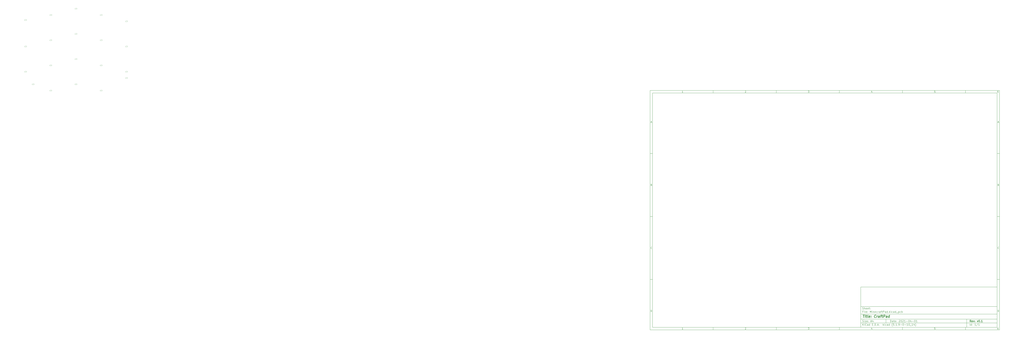
<source format=gbr>
%TF.GenerationSoftware,KiCad,Pcbnew,(5.1.9-0-10_14)*%
%TF.CreationDate,2021-04-02T00:26:10+08:00*%
%TF.ProjectId,MinecraftPad,4d696e65-6372-4616-9674-5061642e6b69,v0.1*%
%TF.SameCoordinates,Original*%
%TF.FileFunction,Other,Fab,Top*%
%FSLAX46Y46*%
G04 Gerber Fmt 4.6, Leading zero omitted, Abs format (unit mm)*
G04 Created by KiCad (PCBNEW (5.1.9-0-10_14)) date 2021-04-02 00:26:10*
%MOMM*%
%LPD*%
G01*
G04 APERTURE LIST*
%ADD10C,0.100000*%
%ADD11C,0.150000*%
%ADD12C,0.300000*%
%ADD13C,0.400000*%
G04 APERTURE END LIST*
D10*
D11*
X177002200Y-166007200D02*
X177002200Y-198007200D01*
X285002200Y-198007200D01*
X285002200Y-166007200D01*
X177002200Y-166007200D01*
D10*
D11*
X10000000Y-10000000D02*
X10000000Y-200007200D01*
X287002200Y-200007200D01*
X287002200Y-10000000D01*
X10000000Y-10000000D01*
D10*
D11*
X12000000Y-12000000D02*
X12000000Y-198007200D01*
X285002200Y-198007200D01*
X285002200Y-12000000D01*
X12000000Y-12000000D01*
D10*
D11*
X60000000Y-12000000D02*
X60000000Y-10000000D01*
D10*
D11*
X110000000Y-12000000D02*
X110000000Y-10000000D01*
D10*
D11*
X160000000Y-12000000D02*
X160000000Y-10000000D01*
D10*
D11*
X210000000Y-12000000D02*
X210000000Y-10000000D01*
D10*
D11*
X260000000Y-12000000D02*
X260000000Y-10000000D01*
D10*
D11*
X36065476Y-11588095D02*
X35322619Y-11588095D01*
X35694047Y-11588095D02*
X35694047Y-10288095D01*
X35570238Y-10473809D01*
X35446428Y-10597619D01*
X35322619Y-10659523D01*
D10*
D11*
X85322619Y-10411904D02*
X85384523Y-10350000D01*
X85508333Y-10288095D01*
X85817857Y-10288095D01*
X85941666Y-10350000D01*
X86003571Y-10411904D01*
X86065476Y-10535714D01*
X86065476Y-10659523D01*
X86003571Y-10845238D01*
X85260714Y-11588095D01*
X86065476Y-11588095D01*
D10*
D11*
X135260714Y-10288095D02*
X136065476Y-10288095D01*
X135632142Y-10783333D01*
X135817857Y-10783333D01*
X135941666Y-10845238D01*
X136003571Y-10907142D01*
X136065476Y-11030952D01*
X136065476Y-11340476D01*
X136003571Y-11464285D01*
X135941666Y-11526190D01*
X135817857Y-11588095D01*
X135446428Y-11588095D01*
X135322619Y-11526190D01*
X135260714Y-11464285D01*
D10*
D11*
X185941666Y-10721428D02*
X185941666Y-11588095D01*
X185632142Y-10226190D02*
X185322619Y-11154761D01*
X186127380Y-11154761D01*
D10*
D11*
X236003571Y-10288095D02*
X235384523Y-10288095D01*
X235322619Y-10907142D01*
X235384523Y-10845238D01*
X235508333Y-10783333D01*
X235817857Y-10783333D01*
X235941666Y-10845238D01*
X236003571Y-10907142D01*
X236065476Y-11030952D01*
X236065476Y-11340476D01*
X236003571Y-11464285D01*
X235941666Y-11526190D01*
X235817857Y-11588095D01*
X235508333Y-11588095D01*
X235384523Y-11526190D01*
X235322619Y-11464285D01*
D10*
D11*
X285941666Y-10288095D02*
X285694047Y-10288095D01*
X285570238Y-10350000D01*
X285508333Y-10411904D01*
X285384523Y-10597619D01*
X285322619Y-10845238D01*
X285322619Y-11340476D01*
X285384523Y-11464285D01*
X285446428Y-11526190D01*
X285570238Y-11588095D01*
X285817857Y-11588095D01*
X285941666Y-11526190D01*
X286003571Y-11464285D01*
X286065476Y-11340476D01*
X286065476Y-11030952D01*
X286003571Y-10907142D01*
X285941666Y-10845238D01*
X285817857Y-10783333D01*
X285570238Y-10783333D01*
X285446428Y-10845238D01*
X285384523Y-10907142D01*
X285322619Y-11030952D01*
D10*
D11*
X60000000Y-198007200D02*
X60000000Y-200007200D01*
D10*
D11*
X110000000Y-198007200D02*
X110000000Y-200007200D01*
D10*
D11*
X160000000Y-198007200D02*
X160000000Y-200007200D01*
D10*
D11*
X210000000Y-198007200D02*
X210000000Y-200007200D01*
D10*
D11*
X260000000Y-198007200D02*
X260000000Y-200007200D01*
D10*
D11*
X36065476Y-199595295D02*
X35322619Y-199595295D01*
X35694047Y-199595295D02*
X35694047Y-198295295D01*
X35570238Y-198481009D01*
X35446428Y-198604819D01*
X35322619Y-198666723D01*
D10*
D11*
X85322619Y-198419104D02*
X85384523Y-198357200D01*
X85508333Y-198295295D01*
X85817857Y-198295295D01*
X85941666Y-198357200D01*
X86003571Y-198419104D01*
X86065476Y-198542914D01*
X86065476Y-198666723D01*
X86003571Y-198852438D01*
X85260714Y-199595295D01*
X86065476Y-199595295D01*
D10*
D11*
X135260714Y-198295295D02*
X136065476Y-198295295D01*
X135632142Y-198790533D01*
X135817857Y-198790533D01*
X135941666Y-198852438D01*
X136003571Y-198914342D01*
X136065476Y-199038152D01*
X136065476Y-199347676D01*
X136003571Y-199471485D01*
X135941666Y-199533390D01*
X135817857Y-199595295D01*
X135446428Y-199595295D01*
X135322619Y-199533390D01*
X135260714Y-199471485D01*
D10*
D11*
X185941666Y-198728628D02*
X185941666Y-199595295D01*
X185632142Y-198233390D02*
X185322619Y-199161961D01*
X186127380Y-199161961D01*
D10*
D11*
X236003571Y-198295295D02*
X235384523Y-198295295D01*
X235322619Y-198914342D01*
X235384523Y-198852438D01*
X235508333Y-198790533D01*
X235817857Y-198790533D01*
X235941666Y-198852438D01*
X236003571Y-198914342D01*
X236065476Y-199038152D01*
X236065476Y-199347676D01*
X236003571Y-199471485D01*
X235941666Y-199533390D01*
X235817857Y-199595295D01*
X235508333Y-199595295D01*
X235384523Y-199533390D01*
X235322619Y-199471485D01*
D10*
D11*
X285941666Y-198295295D02*
X285694047Y-198295295D01*
X285570238Y-198357200D01*
X285508333Y-198419104D01*
X285384523Y-198604819D01*
X285322619Y-198852438D01*
X285322619Y-199347676D01*
X285384523Y-199471485D01*
X285446428Y-199533390D01*
X285570238Y-199595295D01*
X285817857Y-199595295D01*
X285941666Y-199533390D01*
X286003571Y-199471485D01*
X286065476Y-199347676D01*
X286065476Y-199038152D01*
X286003571Y-198914342D01*
X285941666Y-198852438D01*
X285817857Y-198790533D01*
X285570238Y-198790533D01*
X285446428Y-198852438D01*
X285384523Y-198914342D01*
X285322619Y-199038152D01*
D10*
D11*
X10000000Y-60000000D02*
X12000000Y-60000000D01*
D10*
D11*
X10000000Y-110000000D02*
X12000000Y-110000000D01*
D10*
D11*
X10000000Y-160000000D02*
X12000000Y-160000000D01*
D10*
D11*
X10690476Y-35216666D02*
X11309523Y-35216666D01*
X10566666Y-35588095D02*
X11000000Y-34288095D01*
X11433333Y-35588095D01*
D10*
D11*
X11092857Y-84907142D02*
X11278571Y-84969047D01*
X11340476Y-85030952D01*
X11402380Y-85154761D01*
X11402380Y-85340476D01*
X11340476Y-85464285D01*
X11278571Y-85526190D01*
X11154761Y-85588095D01*
X10659523Y-85588095D01*
X10659523Y-84288095D01*
X11092857Y-84288095D01*
X11216666Y-84350000D01*
X11278571Y-84411904D01*
X11340476Y-84535714D01*
X11340476Y-84659523D01*
X11278571Y-84783333D01*
X11216666Y-84845238D01*
X11092857Y-84907142D01*
X10659523Y-84907142D01*
D10*
D11*
X11402380Y-135464285D02*
X11340476Y-135526190D01*
X11154761Y-135588095D01*
X11030952Y-135588095D01*
X10845238Y-135526190D01*
X10721428Y-135402380D01*
X10659523Y-135278571D01*
X10597619Y-135030952D01*
X10597619Y-134845238D01*
X10659523Y-134597619D01*
X10721428Y-134473809D01*
X10845238Y-134350000D01*
X11030952Y-134288095D01*
X11154761Y-134288095D01*
X11340476Y-134350000D01*
X11402380Y-134411904D01*
D10*
D11*
X10659523Y-185588095D02*
X10659523Y-184288095D01*
X10969047Y-184288095D01*
X11154761Y-184350000D01*
X11278571Y-184473809D01*
X11340476Y-184597619D01*
X11402380Y-184845238D01*
X11402380Y-185030952D01*
X11340476Y-185278571D01*
X11278571Y-185402380D01*
X11154761Y-185526190D01*
X10969047Y-185588095D01*
X10659523Y-185588095D01*
D10*
D11*
X287002200Y-60000000D02*
X285002200Y-60000000D01*
D10*
D11*
X287002200Y-110000000D02*
X285002200Y-110000000D01*
D10*
D11*
X287002200Y-160000000D02*
X285002200Y-160000000D01*
D10*
D11*
X285692676Y-35216666D02*
X286311723Y-35216666D01*
X285568866Y-35588095D02*
X286002200Y-34288095D01*
X286435533Y-35588095D01*
D10*
D11*
X286095057Y-84907142D02*
X286280771Y-84969047D01*
X286342676Y-85030952D01*
X286404580Y-85154761D01*
X286404580Y-85340476D01*
X286342676Y-85464285D01*
X286280771Y-85526190D01*
X286156961Y-85588095D01*
X285661723Y-85588095D01*
X285661723Y-84288095D01*
X286095057Y-84288095D01*
X286218866Y-84350000D01*
X286280771Y-84411904D01*
X286342676Y-84535714D01*
X286342676Y-84659523D01*
X286280771Y-84783333D01*
X286218866Y-84845238D01*
X286095057Y-84907142D01*
X285661723Y-84907142D01*
D10*
D11*
X286404580Y-135464285D02*
X286342676Y-135526190D01*
X286156961Y-135588095D01*
X286033152Y-135588095D01*
X285847438Y-135526190D01*
X285723628Y-135402380D01*
X285661723Y-135278571D01*
X285599819Y-135030952D01*
X285599819Y-134845238D01*
X285661723Y-134597619D01*
X285723628Y-134473809D01*
X285847438Y-134350000D01*
X286033152Y-134288095D01*
X286156961Y-134288095D01*
X286342676Y-134350000D01*
X286404580Y-134411904D01*
D10*
D11*
X285661723Y-185588095D02*
X285661723Y-184288095D01*
X285971247Y-184288095D01*
X286156961Y-184350000D01*
X286280771Y-184473809D01*
X286342676Y-184597619D01*
X286404580Y-184845238D01*
X286404580Y-185030952D01*
X286342676Y-185278571D01*
X286280771Y-185402380D01*
X286156961Y-185526190D01*
X285971247Y-185588095D01*
X285661723Y-185588095D01*
D10*
D11*
X200434342Y-193785771D02*
X200434342Y-192285771D01*
X200791485Y-192285771D01*
X201005771Y-192357200D01*
X201148628Y-192500057D01*
X201220057Y-192642914D01*
X201291485Y-192928628D01*
X201291485Y-193142914D01*
X201220057Y-193428628D01*
X201148628Y-193571485D01*
X201005771Y-193714342D01*
X200791485Y-193785771D01*
X200434342Y-193785771D01*
X202577200Y-193785771D02*
X202577200Y-193000057D01*
X202505771Y-192857200D01*
X202362914Y-192785771D01*
X202077200Y-192785771D01*
X201934342Y-192857200D01*
X202577200Y-193714342D02*
X202434342Y-193785771D01*
X202077200Y-193785771D01*
X201934342Y-193714342D01*
X201862914Y-193571485D01*
X201862914Y-193428628D01*
X201934342Y-193285771D01*
X202077200Y-193214342D01*
X202434342Y-193214342D01*
X202577200Y-193142914D01*
X203077200Y-192785771D02*
X203648628Y-192785771D01*
X203291485Y-192285771D02*
X203291485Y-193571485D01*
X203362914Y-193714342D01*
X203505771Y-193785771D01*
X203648628Y-193785771D01*
X204720057Y-193714342D02*
X204577200Y-193785771D01*
X204291485Y-193785771D01*
X204148628Y-193714342D01*
X204077200Y-193571485D01*
X204077200Y-193000057D01*
X204148628Y-192857200D01*
X204291485Y-192785771D01*
X204577200Y-192785771D01*
X204720057Y-192857200D01*
X204791485Y-193000057D01*
X204791485Y-193142914D01*
X204077200Y-193285771D01*
X205434342Y-193642914D02*
X205505771Y-193714342D01*
X205434342Y-193785771D01*
X205362914Y-193714342D01*
X205434342Y-193642914D01*
X205434342Y-193785771D01*
X205434342Y-192857200D02*
X205505771Y-192928628D01*
X205434342Y-193000057D01*
X205362914Y-192928628D01*
X205434342Y-192857200D01*
X205434342Y-193000057D01*
X207220057Y-192428628D02*
X207291485Y-192357200D01*
X207434342Y-192285771D01*
X207791485Y-192285771D01*
X207934342Y-192357200D01*
X208005771Y-192428628D01*
X208077200Y-192571485D01*
X208077200Y-192714342D01*
X208005771Y-192928628D01*
X207148628Y-193785771D01*
X208077200Y-193785771D01*
X209005771Y-192285771D02*
X209148628Y-192285771D01*
X209291485Y-192357200D01*
X209362914Y-192428628D01*
X209434342Y-192571485D01*
X209505771Y-192857200D01*
X209505771Y-193214342D01*
X209434342Y-193500057D01*
X209362914Y-193642914D01*
X209291485Y-193714342D01*
X209148628Y-193785771D01*
X209005771Y-193785771D01*
X208862914Y-193714342D01*
X208791485Y-193642914D01*
X208720057Y-193500057D01*
X208648628Y-193214342D01*
X208648628Y-192857200D01*
X208720057Y-192571485D01*
X208791485Y-192428628D01*
X208862914Y-192357200D01*
X209005771Y-192285771D01*
X210077200Y-192428628D02*
X210148628Y-192357200D01*
X210291485Y-192285771D01*
X210648628Y-192285771D01*
X210791485Y-192357200D01*
X210862914Y-192428628D01*
X210934342Y-192571485D01*
X210934342Y-192714342D01*
X210862914Y-192928628D01*
X210005771Y-193785771D01*
X210934342Y-193785771D01*
X212362914Y-193785771D02*
X211505771Y-193785771D01*
X211934342Y-193785771D02*
X211934342Y-192285771D01*
X211791485Y-192500057D01*
X211648628Y-192642914D01*
X211505771Y-192714342D01*
X213005771Y-193214342D02*
X214148628Y-193214342D01*
X215148628Y-192285771D02*
X215291485Y-192285771D01*
X215434342Y-192357200D01*
X215505771Y-192428628D01*
X215577200Y-192571485D01*
X215648628Y-192857200D01*
X215648628Y-193214342D01*
X215577200Y-193500057D01*
X215505771Y-193642914D01*
X215434342Y-193714342D01*
X215291485Y-193785771D01*
X215148628Y-193785771D01*
X215005771Y-193714342D01*
X214934342Y-193642914D01*
X214862914Y-193500057D01*
X214791485Y-193214342D01*
X214791485Y-192857200D01*
X214862914Y-192571485D01*
X214934342Y-192428628D01*
X215005771Y-192357200D01*
X215148628Y-192285771D01*
X216934342Y-192785771D02*
X216934342Y-193785771D01*
X216577200Y-192214342D02*
X216220057Y-193285771D01*
X217148628Y-193285771D01*
X217720057Y-193214342D02*
X218862914Y-193214342D01*
X219862914Y-192285771D02*
X220005771Y-192285771D01*
X220148628Y-192357200D01*
X220220057Y-192428628D01*
X220291485Y-192571485D01*
X220362914Y-192857200D01*
X220362914Y-193214342D01*
X220291485Y-193500057D01*
X220220057Y-193642914D01*
X220148628Y-193714342D01*
X220005771Y-193785771D01*
X219862914Y-193785771D01*
X219720057Y-193714342D01*
X219648628Y-193642914D01*
X219577200Y-193500057D01*
X219505771Y-193214342D01*
X219505771Y-192857200D01*
X219577200Y-192571485D01*
X219648628Y-192428628D01*
X219720057Y-192357200D01*
X219862914Y-192285771D01*
X221791485Y-193785771D02*
X220934342Y-193785771D01*
X221362914Y-193785771D02*
X221362914Y-192285771D01*
X221220057Y-192500057D01*
X221077200Y-192642914D01*
X220934342Y-192714342D01*
D10*
D11*
X177002200Y-194507200D02*
X285002200Y-194507200D01*
D10*
D11*
X178434342Y-196585771D02*
X178434342Y-195085771D01*
X179291485Y-196585771D02*
X178648628Y-195728628D01*
X179291485Y-195085771D02*
X178434342Y-195942914D01*
X179934342Y-196585771D02*
X179934342Y-195585771D01*
X179934342Y-195085771D02*
X179862914Y-195157200D01*
X179934342Y-195228628D01*
X180005771Y-195157200D01*
X179934342Y-195085771D01*
X179934342Y-195228628D01*
X181505771Y-196442914D02*
X181434342Y-196514342D01*
X181220057Y-196585771D01*
X181077200Y-196585771D01*
X180862914Y-196514342D01*
X180720057Y-196371485D01*
X180648628Y-196228628D01*
X180577200Y-195942914D01*
X180577200Y-195728628D01*
X180648628Y-195442914D01*
X180720057Y-195300057D01*
X180862914Y-195157200D01*
X181077200Y-195085771D01*
X181220057Y-195085771D01*
X181434342Y-195157200D01*
X181505771Y-195228628D01*
X182791485Y-196585771D02*
X182791485Y-195800057D01*
X182720057Y-195657200D01*
X182577200Y-195585771D01*
X182291485Y-195585771D01*
X182148628Y-195657200D01*
X182791485Y-196514342D02*
X182648628Y-196585771D01*
X182291485Y-196585771D01*
X182148628Y-196514342D01*
X182077200Y-196371485D01*
X182077200Y-196228628D01*
X182148628Y-196085771D01*
X182291485Y-196014342D01*
X182648628Y-196014342D01*
X182791485Y-195942914D01*
X184148628Y-196585771D02*
X184148628Y-195085771D01*
X184148628Y-196514342D02*
X184005771Y-196585771D01*
X183720057Y-196585771D01*
X183577200Y-196514342D01*
X183505771Y-196442914D01*
X183434342Y-196300057D01*
X183434342Y-195871485D01*
X183505771Y-195728628D01*
X183577200Y-195657200D01*
X183720057Y-195585771D01*
X184005771Y-195585771D01*
X184148628Y-195657200D01*
X186005771Y-195800057D02*
X186505771Y-195800057D01*
X186720057Y-196585771D02*
X186005771Y-196585771D01*
X186005771Y-195085771D01*
X186720057Y-195085771D01*
X187362914Y-196442914D02*
X187434342Y-196514342D01*
X187362914Y-196585771D01*
X187291485Y-196514342D01*
X187362914Y-196442914D01*
X187362914Y-196585771D01*
X188077200Y-196585771D02*
X188077200Y-195085771D01*
X188434342Y-195085771D01*
X188648628Y-195157200D01*
X188791485Y-195300057D01*
X188862914Y-195442914D01*
X188934342Y-195728628D01*
X188934342Y-195942914D01*
X188862914Y-196228628D01*
X188791485Y-196371485D01*
X188648628Y-196514342D01*
X188434342Y-196585771D01*
X188077200Y-196585771D01*
X189577200Y-196442914D02*
X189648628Y-196514342D01*
X189577200Y-196585771D01*
X189505771Y-196514342D01*
X189577200Y-196442914D01*
X189577200Y-196585771D01*
X190220057Y-196157200D02*
X190934342Y-196157200D01*
X190077200Y-196585771D02*
X190577200Y-195085771D01*
X191077200Y-196585771D01*
X191577200Y-196442914D02*
X191648628Y-196514342D01*
X191577200Y-196585771D01*
X191505771Y-196514342D01*
X191577200Y-196442914D01*
X191577200Y-196585771D01*
X194577200Y-196585771D02*
X194577200Y-195085771D01*
X194720057Y-196014342D02*
X195148628Y-196585771D01*
X195148628Y-195585771D02*
X194577200Y-196157200D01*
X195791485Y-196585771D02*
X195791485Y-195585771D01*
X195791485Y-195085771D02*
X195720057Y-195157200D01*
X195791485Y-195228628D01*
X195862914Y-195157200D01*
X195791485Y-195085771D01*
X195791485Y-195228628D01*
X197148628Y-196514342D02*
X197005771Y-196585771D01*
X196720057Y-196585771D01*
X196577200Y-196514342D01*
X196505771Y-196442914D01*
X196434342Y-196300057D01*
X196434342Y-195871485D01*
X196505771Y-195728628D01*
X196577200Y-195657200D01*
X196720057Y-195585771D01*
X197005771Y-195585771D01*
X197148628Y-195657200D01*
X198434342Y-196585771D02*
X198434342Y-195800057D01*
X198362914Y-195657200D01*
X198220057Y-195585771D01*
X197934342Y-195585771D01*
X197791485Y-195657200D01*
X198434342Y-196514342D02*
X198291485Y-196585771D01*
X197934342Y-196585771D01*
X197791485Y-196514342D01*
X197720057Y-196371485D01*
X197720057Y-196228628D01*
X197791485Y-196085771D01*
X197934342Y-196014342D01*
X198291485Y-196014342D01*
X198434342Y-195942914D01*
X199791485Y-196585771D02*
X199791485Y-195085771D01*
X199791485Y-196514342D02*
X199648628Y-196585771D01*
X199362914Y-196585771D01*
X199220057Y-196514342D01*
X199148628Y-196442914D01*
X199077200Y-196300057D01*
X199077200Y-195871485D01*
X199148628Y-195728628D01*
X199220057Y-195657200D01*
X199362914Y-195585771D01*
X199648628Y-195585771D01*
X199791485Y-195657200D01*
X202077200Y-197157200D02*
X202005771Y-197085771D01*
X201862914Y-196871485D01*
X201791485Y-196728628D01*
X201720057Y-196514342D01*
X201648628Y-196157200D01*
X201648628Y-195871485D01*
X201720057Y-195514342D01*
X201791485Y-195300057D01*
X201862914Y-195157200D01*
X202005771Y-194942914D01*
X202077200Y-194871485D01*
X203362914Y-195085771D02*
X202648628Y-195085771D01*
X202577200Y-195800057D01*
X202648628Y-195728628D01*
X202791485Y-195657200D01*
X203148628Y-195657200D01*
X203291485Y-195728628D01*
X203362914Y-195800057D01*
X203434342Y-195942914D01*
X203434342Y-196300057D01*
X203362914Y-196442914D01*
X203291485Y-196514342D01*
X203148628Y-196585771D01*
X202791485Y-196585771D01*
X202648628Y-196514342D01*
X202577200Y-196442914D01*
X204077200Y-196442914D02*
X204148628Y-196514342D01*
X204077200Y-196585771D01*
X204005771Y-196514342D01*
X204077200Y-196442914D01*
X204077200Y-196585771D01*
X205577200Y-196585771D02*
X204720057Y-196585771D01*
X205148628Y-196585771D02*
X205148628Y-195085771D01*
X205005771Y-195300057D01*
X204862914Y-195442914D01*
X204720057Y-195514342D01*
X206220057Y-196442914D02*
X206291485Y-196514342D01*
X206220057Y-196585771D01*
X206148628Y-196514342D01*
X206220057Y-196442914D01*
X206220057Y-196585771D01*
X207005771Y-196585771D02*
X207291485Y-196585771D01*
X207434342Y-196514342D01*
X207505771Y-196442914D01*
X207648628Y-196228628D01*
X207720057Y-195942914D01*
X207720057Y-195371485D01*
X207648628Y-195228628D01*
X207577200Y-195157200D01*
X207434342Y-195085771D01*
X207148628Y-195085771D01*
X207005771Y-195157200D01*
X206934342Y-195228628D01*
X206862914Y-195371485D01*
X206862914Y-195728628D01*
X206934342Y-195871485D01*
X207005771Y-195942914D01*
X207148628Y-196014342D01*
X207434342Y-196014342D01*
X207577200Y-195942914D01*
X207648628Y-195871485D01*
X207720057Y-195728628D01*
X208362914Y-196014342D02*
X209505771Y-196014342D01*
X210505771Y-195085771D02*
X210648628Y-195085771D01*
X210791485Y-195157200D01*
X210862914Y-195228628D01*
X210934342Y-195371485D01*
X211005771Y-195657200D01*
X211005771Y-196014342D01*
X210934342Y-196300057D01*
X210862914Y-196442914D01*
X210791485Y-196514342D01*
X210648628Y-196585771D01*
X210505771Y-196585771D01*
X210362914Y-196514342D01*
X210291485Y-196442914D01*
X210220057Y-196300057D01*
X210148628Y-196014342D01*
X210148628Y-195657200D01*
X210220057Y-195371485D01*
X210291485Y-195228628D01*
X210362914Y-195157200D01*
X210505771Y-195085771D01*
X211648628Y-196014342D02*
X212791485Y-196014342D01*
X214291485Y-196585771D02*
X213434342Y-196585771D01*
X213862914Y-196585771D02*
X213862914Y-195085771D01*
X213720057Y-195300057D01*
X213577200Y-195442914D01*
X213434342Y-195514342D01*
X215220057Y-195085771D02*
X215362914Y-195085771D01*
X215505771Y-195157200D01*
X215577200Y-195228628D01*
X215648628Y-195371485D01*
X215720057Y-195657200D01*
X215720057Y-196014342D01*
X215648628Y-196300057D01*
X215577200Y-196442914D01*
X215505771Y-196514342D01*
X215362914Y-196585771D01*
X215220057Y-196585771D01*
X215077200Y-196514342D01*
X215005771Y-196442914D01*
X214934342Y-196300057D01*
X214862914Y-196014342D01*
X214862914Y-195657200D01*
X214934342Y-195371485D01*
X215005771Y-195228628D01*
X215077200Y-195157200D01*
X215220057Y-195085771D01*
X216005771Y-196728628D02*
X217148628Y-196728628D01*
X218291485Y-196585771D02*
X217434342Y-196585771D01*
X217862914Y-196585771D02*
X217862914Y-195085771D01*
X217720057Y-195300057D01*
X217577200Y-195442914D01*
X217434342Y-195514342D01*
X219577200Y-195585771D02*
X219577200Y-196585771D01*
X219220057Y-195014342D02*
X218862914Y-196085771D01*
X219791485Y-196085771D01*
X220220057Y-197157200D02*
X220291485Y-197085771D01*
X220434342Y-196871485D01*
X220505771Y-196728628D01*
X220577200Y-196514342D01*
X220648628Y-196157200D01*
X220648628Y-195871485D01*
X220577200Y-195514342D01*
X220505771Y-195300057D01*
X220434342Y-195157200D01*
X220291485Y-194942914D01*
X220220057Y-194871485D01*
D10*
D11*
X177002200Y-191507200D02*
X285002200Y-191507200D01*
D10*
D12*
X264411485Y-193785771D02*
X263911485Y-193071485D01*
X263554342Y-193785771D02*
X263554342Y-192285771D01*
X264125771Y-192285771D01*
X264268628Y-192357200D01*
X264340057Y-192428628D01*
X264411485Y-192571485D01*
X264411485Y-192785771D01*
X264340057Y-192928628D01*
X264268628Y-193000057D01*
X264125771Y-193071485D01*
X263554342Y-193071485D01*
X265625771Y-193714342D02*
X265482914Y-193785771D01*
X265197200Y-193785771D01*
X265054342Y-193714342D01*
X264982914Y-193571485D01*
X264982914Y-193000057D01*
X265054342Y-192857200D01*
X265197200Y-192785771D01*
X265482914Y-192785771D01*
X265625771Y-192857200D01*
X265697200Y-193000057D01*
X265697200Y-193142914D01*
X264982914Y-193285771D01*
X266197200Y-192785771D02*
X266554342Y-193785771D01*
X266911485Y-192785771D01*
X267482914Y-193642914D02*
X267554342Y-193714342D01*
X267482914Y-193785771D01*
X267411485Y-193714342D01*
X267482914Y-193642914D01*
X267482914Y-193785771D01*
X267482914Y-192857200D02*
X267554342Y-192928628D01*
X267482914Y-193000057D01*
X267411485Y-192928628D01*
X267482914Y-192857200D01*
X267482914Y-193000057D01*
X269197200Y-192785771D02*
X269554342Y-193785771D01*
X269911485Y-192785771D01*
X270768628Y-192285771D02*
X270911485Y-192285771D01*
X271054342Y-192357200D01*
X271125771Y-192428628D01*
X271197200Y-192571485D01*
X271268628Y-192857200D01*
X271268628Y-193214342D01*
X271197200Y-193500057D01*
X271125771Y-193642914D01*
X271054342Y-193714342D01*
X270911485Y-193785771D01*
X270768628Y-193785771D01*
X270625771Y-193714342D01*
X270554342Y-193642914D01*
X270482914Y-193500057D01*
X270411485Y-193214342D01*
X270411485Y-192857200D01*
X270482914Y-192571485D01*
X270554342Y-192428628D01*
X270625771Y-192357200D01*
X270768628Y-192285771D01*
X271911485Y-193642914D02*
X271982914Y-193714342D01*
X271911485Y-193785771D01*
X271840057Y-193714342D01*
X271911485Y-193642914D01*
X271911485Y-193785771D01*
X273411485Y-193785771D02*
X272554342Y-193785771D01*
X272982914Y-193785771D02*
X272982914Y-192285771D01*
X272840057Y-192500057D01*
X272697200Y-192642914D01*
X272554342Y-192714342D01*
D10*
D11*
X178362914Y-193714342D02*
X178577200Y-193785771D01*
X178934342Y-193785771D01*
X179077200Y-193714342D01*
X179148628Y-193642914D01*
X179220057Y-193500057D01*
X179220057Y-193357200D01*
X179148628Y-193214342D01*
X179077200Y-193142914D01*
X178934342Y-193071485D01*
X178648628Y-193000057D01*
X178505771Y-192928628D01*
X178434342Y-192857200D01*
X178362914Y-192714342D01*
X178362914Y-192571485D01*
X178434342Y-192428628D01*
X178505771Y-192357200D01*
X178648628Y-192285771D01*
X179005771Y-192285771D01*
X179220057Y-192357200D01*
X179862914Y-193785771D02*
X179862914Y-192785771D01*
X179862914Y-192285771D02*
X179791485Y-192357200D01*
X179862914Y-192428628D01*
X179934342Y-192357200D01*
X179862914Y-192285771D01*
X179862914Y-192428628D01*
X180434342Y-192785771D02*
X181220057Y-192785771D01*
X180434342Y-193785771D01*
X181220057Y-193785771D01*
X182362914Y-193714342D02*
X182220057Y-193785771D01*
X181934342Y-193785771D01*
X181791485Y-193714342D01*
X181720057Y-193571485D01*
X181720057Y-193000057D01*
X181791485Y-192857200D01*
X181934342Y-192785771D01*
X182220057Y-192785771D01*
X182362914Y-192857200D01*
X182434342Y-193000057D01*
X182434342Y-193142914D01*
X181720057Y-193285771D01*
X183077200Y-193642914D02*
X183148628Y-193714342D01*
X183077200Y-193785771D01*
X183005771Y-193714342D01*
X183077200Y-193642914D01*
X183077200Y-193785771D01*
X183077200Y-192857200D02*
X183148628Y-192928628D01*
X183077200Y-193000057D01*
X183005771Y-192928628D01*
X183077200Y-192857200D01*
X183077200Y-193000057D01*
X184862914Y-193357200D02*
X185577200Y-193357200D01*
X184720057Y-193785771D02*
X185220057Y-192285771D01*
X185720057Y-193785771D01*
X186862914Y-192785771D02*
X186862914Y-193785771D01*
X186505771Y-192214342D02*
X186148628Y-193285771D01*
X187077200Y-193285771D01*
D10*
D11*
X263434342Y-196585771D02*
X263434342Y-195085771D01*
X264791485Y-196585771D02*
X264791485Y-195085771D01*
X264791485Y-196514342D02*
X264648628Y-196585771D01*
X264362914Y-196585771D01*
X264220057Y-196514342D01*
X264148628Y-196442914D01*
X264077200Y-196300057D01*
X264077200Y-195871485D01*
X264148628Y-195728628D01*
X264220057Y-195657200D01*
X264362914Y-195585771D01*
X264648628Y-195585771D01*
X264791485Y-195657200D01*
X265505771Y-196442914D02*
X265577200Y-196514342D01*
X265505771Y-196585771D01*
X265434342Y-196514342D01*
X265505771Y-196442914D01*
X265505771Y-196585771D01*
X265505771Y-195657200D02*
X265577200Y-195728628D01*
X265505771Y-195800057D01*
X265434342Y-195728628D01*
X265505771Y-195657200D01*
X265505771Y-195800057D01*
X268148628Y-196585771D02*
X267291485Y-196585771D01*
X267720057Y-196585771D02*
X267720057Y-195085771D01*
X267577200Y-195300057D01*
X267434342Y-195442914D01*
X267291485Y-195514342D01*
X269862914Y-195014342D02*
X268577200Y-196942914D01*
X271148628Y-196585771D02*
X270291485Y-196585771D01*
X270720057Y-196585771D02*
X270720057Y-195085771D01*
X270577200Y-195300057D01*
X270434342Y-195442914D01*
X270291485Y-195514342D01*
D10*
D11*
X177002200Y-187507200D02*
X285002200Y-187507200D01*
D10*
D13*
X178714580Y-188211961D02*
X179857438Y-188211961D01*
X179036009Y-190211961D02*
X179286009Y-188211961D01*
X180274104Y-190211961D02*
X180440771Y-188878628D01*
X180524104Y-188211961D02*
X180416961Y-188307200D01*
X180500295Y-188402438D01*
X180607438Y-188307200D01*
X180524104Y-188211961D01*
X180500295Y-188402438D01*
X181107438Y-188878628D02*
X181869342Y-188878628D01*
X181476485Y-188211961D02*
X181262200Y-189926247D01*
X181333628Y-190116723D01*
X181512200Y-190211961D01*
X181702676Y-190211961D01*
X182655057Y-190211961D02*
X182476485Y-190116723D01*
X182405057Y-189926247D01*
X182619342Y-188211961D01*
X184190771Y-190116723D02*
X183988390Y-190211961D01*
X183607438Y-190211961D01*
X183428866Y-190116723D01*
X183357438Y-189926247D01*
X183452676Y-189164342D01*
X183571723Y-188973866D01*
X183774104Y-188878628D01*
X184155057Y-188878628D01*
X184333628Y-188973866D01*
X184405057Y-189164342D01*
X184381247Y-189354819D01*
X183405057Y-189545295D01*
X185155057Y-190021485D02*
X185238390Y-190116723D01*
X185131247Y-190211961D01*
X185047914Y-190116723D01*
X185155057Y-190021485D01*
X185131247Y-190211961D01*
X185286009Y-188973866D02*
X185369342Y-189069104D01*
X185262200Y-189164342D01*
X185178866Y-189069104D01*
X185286009Y-188973866D01*
X185262200Y-189164342D01*
X188774104Y-190021485D02*
X188666961Y-190116723D01*
X188369342Y-190211961D01*
X188178866Y-190211961D01*
X187905057Y-190116723D01*
X187738390Y-189926247D01*
X187666961Y-189735771D01*
X187619342Y-189354819D01*
X187655057Y-189069104D01*
X187797914Y-188688152D01*
X187916961Y-188497676D01*
X188131247Y-188307200D01*
X188428866Y-188211961D01*
X188619342Y-188211961D01*
X188893152Y-188307200D01*
X188976485Y-188402438D01*
X189607438Y-190211961D02*
X189774104Y-188878628D01*
X189726485Y-189259580D02*
X189845533Y-189069104D01*
X189952676Y-188973866D01*
X190155057Y-188878628D01*
X190345533Y-188878628D01*
X191702676Y-190211961D02*
X191833628Y-189164342D01*
X191762200Y-188973866D01*
X191583628Y-188878628D01*
X191202676Y-188878628D01*
X191000295Y-188973866D01*
X191714580Y-190116723D02*
X191512200Y-190211961D01*
X191036009Y-190211961D01*
X190857438Y-190116723D01*
X190786009Y-189926247D01*
X190809819Y-189735771D01*
X190928866Y-189545295D01*
X191131247Y-189450057D01*
X191607438Y-189450057D01*
X191809819Y-189354819D01*
X192536009Y-188878628D02*
X193297914Y-188878628D01*
X192655057Y-190211961D02*
X192869342Y-188497676D01*
X192988390Y-188307200D01*
X193190771Y-188211961D01*
X193381247Y-188211961D01*
X193678866Y-188878628D02*
X194440771Y-188878628D01*
X194047914Y-188211961D02*
X193833628Y-189926247D01*
X193905057Y-190116723D01*
X194083628Y-190211961D01*
X194274104Y-190211961D01*
X194940771Y-190211961D02*
X195190771Y-188211961D01*
X195952676Y-188211961D01*
X196131247Y-188307200D01*
X196214580Y-188402438D01*
X196286009Y-188592914D01*
X196250295Y-188878628D01*
X196131247Y-189069104D01*
X196024104Y-189164342D01*
X195821723Y-189259580D01*
X195059819Y-189259580D01*
X197797914Y-190211961D02*
X197928866Y-189164342D01*
X197857438Y-188973866D01*
X197678866Y-188878628D01*
X197297914Y-188878628D01*
X197095533Y-188973866D01*
X197809819Y-190116723D02*
X197607438Y-190211961D01*
X197131247Y-190211961D01*
X196952676Y-190116723D01*
X196881247Y-189926247D01*
X196905057Y-189735771D01*
X197024104Y-189545295D01*
X197226485Y-189450057D01*
X197702676Y-189450057D01*
X197905057Y-189354819D01*
X199607438Y-190211961D02*
X199857438Y-188211961D01*
X199619342Y-190116723D02*
X199416961Y-190211961D01*
X199036009Y-190211961D01*
X198857438Y-190116723D01*
X198774104Y-190021485D01*
X198702676Y-189831009D01*
X198774104Y-189259580D01*
X198893152Y-189069104D01*
X199000295Y-188973866D01*
X199202676Y-188878628D01*
X199583628Y-188878628D01*
X199762200Y-188973866D01*
D10*
D11*
X178934342Y-185600057D02*
X178434342Y-185600057D01*
X178434342Y-186385771D02*
X178434342Y-184885771D01*
X179148628Y-184885771D01*
X179720057Y-186385771D02*
X179720057Y-185385771D01*
X179720057Y-184885771D02*
X179648628Y-184957200D01*
X179720057Y-185028628D01*
X179791485Y-184957200D01*
X179720057Y-184885771D01*
X179720057Y-185028628D01*
X180648628Y-186385771D02*
X180505771Y-186314342D01*
X180434342Y-186171485D01*
X180434342Y-184885771D01*
X181791485Y-186314342D02*
X181648628Y-186385771D01*
X181362914Y-186385771D01*
X181220057Y-186314342D01*
X181148628Y-186171485D01*
X181148628Y-185600057D01*
X181220057Y-185457200D01*
X181362914Y-185385771D01*
X181648628Y-185385771D01*
X181791485Y-185457200D01*
X181862914Y-185600057D01*
X181862914Y-185742914D01*
X181148628Y-185885771D01*
X182505771Y-186242914D02*
X182577200Y-186314342D01*
X182505771Y-186385771D01*
X182434342Y-186314342D01*
X182505771Y-186242914D01*
X182505771Y-186385771D01*
X182505771Y-185457200D02*
X182577200Y-185528628D01*
X182505771Y-185600057D01*
X182434342Y-185528628D01*
X182505771Y-185457200D01*
X182505771Y-185600057D01*
X184362914Y-186385771D02*
X184362914Y-184885771D01*
X184862914Y-185957200D01*
X185362914Y-184885771D01*
X185362914Y-186385771D01*
X186077200Y-186385771D02*
X186077200Y-185385771D01*
X186077200Y-184885771D02*
X186005771Y-184957200D01*
X186077200Y-185028628D01*
X186148628Y-184957200D01*
X186077200Y-184885771D01*
X186077200Y-185028628D01*
X186791485Y-185385771D02*
X186791485Y-186385771D01*
X186791485Y-185528628D02*
X186862914Y-185457200D01*
X187005771Y-185385771D01*
X187220057Y-185385771D01*
X187362914Y-185457200D01*
X187434342Y-185600057D01*
X187434342Y-186385771D01*
X188720057Y-186314342D02*
X188577200Y-186385771D01*
X188291485Y-186385771D01*
X188148628Y-186314342D01*
X188077200Y-186171485D01*
X188077200Y-185600057D01*
X188148628Y-185457200D01*
X188291485Y-185385771D01*
X188577200Y-185385771D01*
X188720057Y-185457200D01*
X188791485Y-185600057D01*
X188791485Y-185742914D01*
X188077200Y-185885771D01*
X190077200Y-186314342D02*
X189934342Y-186385771D01*
X189648628Y-186385771D01*
X189505771Y-186314342D01*
X189434342Y-186242914D01*
X189362914Y-186100057D01*
X189362914Y-185671485D01*
X189434342Y-185528628D01*
X189505771Y-185457200D01*
X189648628Y-185385771D01*
X189934342Y-185385771D01*
X190077200Y-185457200D01*
X190720057Y-186385771D02*
X190720057Y-185385771D01*
X190720057Y-185671485D02*
X190791485Y-185528628D01*
X190862914Y-185457200D01*
X191005771Y-185385771D01*
X191148628Y-185385771D01*
X192291485Y-186385771D02*
X192291485Y-185600057D01*
X192220057Y-185457200D01*
X192077200Y-185385771D01*
X191791485Y-185385771D01*
X191648628Y-185457200D01*
X192291485Y-186314342D02*
X192148628Y-186385771D01*
X191791485Y-186385771D01*
X191648628Y-186314342D01*
X191577200Y-186171485D01*
X191577200Y-186028628D01*
X191648628Y-185885771D01*
X191791485Y-185814342D01*
X192148628Y-185814342D01*
X192291485Y-185742914D01*
X192791485Y-185385771D02*
X193362914Y-185385771D01*
X193005771Y-186385771D02*
X193005771Y-185100057D01*
X193077200Y-184957200D01*
X193220057Y-184885771D01*
X193362914Y-184885771D01*
X193648628Y-185385771D02*
X194220057Y-185385771D01*
X193862914Y-184885771D02*
X193862914Y-186171485D01*
X193934342Y-186314342D01*
X194077200Y-186385771D01*
X194220057Y-186385771D01*
X194720057Y-186385771D02*
X194720057Y-184885771D01*
X195291485Y-184885771D01*
X195434342Y-184957200D01*
X195505771Y-185028628D01*
X195577200Y-185171485D01*
X195577200Y-185385771D01*
X195505771Y-185528628D01*
X195434342Y-185600057D01*
X195291485Y-185671485D01*
X194720057Y-185671485D01*
X196862914Y-186385771D02*
X196862914Y-185600057D01*
X196791485Y-185457200D01*
X196648628Y-185385771D01*
X196362914Y-185385771D01*
X196220057Y-185457200D01*
X196862914Y-186314342D02*
X196720057Y-186385771D01*
X196362914Y-186385771D01*
X196220057Y-186314342D01*
X196148628Y-186171485D01*
X196148628Y-186028628D01*
X196220057Y-185885771D01*
X196362914Y-185814342D01*
X196720057Y-185814342D01*
X196862914Y-185742914D01*
X198220057Y-186385771D02*
X198220057Y-184885771D01*
X198220057Y-186314342D02*
X198077200Y-186385771D01*
X197791485Y-186385771D01*
X197648628Y-186314342D01*
X197577200Y-186242914D01*
X197505771Y-186100057D01*
X197505771Y-185671485D01*
X197577200Y-185528628D01*
X197648628Y-185457200D01*
X197791485Y-185385771D01*
X198077200Y-185385771D01*
X198220057Y-185457200D01*
X198934342Y-186242914D02*
X199005771Y-186314342D01*
X198934342Y-186385771D01*
X198862914Y-186314342D01*
X198934342Y-186242914D01*
X198934342Y-186385771D01*
X199648628Y-186385771D02*
X199648628Y-184885771D01*
X199791485Y-185814342D02*
X200220057Y-186385771D01*
X200220057Y-185385771D02*
X199648628Y-185957200D01*
X200862914Y-186385771D02*
X200862914Y-185385771D01*
X200862914Y-184885771D02*
X200791485Y-184957200D01*
X200862914Y-185028628D01*
X200934342Y-184957200D01*
X200862914Y-184885771D01*
X200862914Y-185028628D01*
X202220057Y-186314342D02*
X202077200Y-186385771D01*
X201791485Y-186385771D01*
X201648628Y-186314342D01*
X201577200Y-186242914D01*
X201505771Y-186100057D01*
X201505771Y-185671485D01*
X201577200Y-185528628D01*
X201648628Y-185457200D01*
X201791485Y-185385771D01*
X202077200Y-185385771D01*
X202220057Y-185457200D01*
X203505771Y-186385771D02*
X203505771Y-185600057D01*
X203434342Y-185457200D01*
X203291485Y-185385771D01*
X203005771Y-185385771D01*
X202862914Y-185457200D01*
X203505771Y-186314342D02*
X203362914Y-186385771D01*
X203005771Y-186385771D01*
X202862914Y-186314342D01*
X202791485Y-186171485D01*
X202791485Y-186028628D01*
X202862914Y-185885771D01*
X203005771Y-185814342D01*
X203362914Y-185814342D01*
X203505771Y-185742914D01*
X204862914Y-186385771D02*
X204862914Y-184885771D01*
X204862914Y-186314342D02*
X204720057Y-186385771D01*
X204434342Y-186385771D01*
X204291485Y-186314342D01*
X204220057Y-186242914D01*
X204148628Y-186100057D01*
X204148628Y-185671485D01*
X204220057Y-185528628D01*
X204291485Y-185457200D01*
X204434342Y-185385771D01*
X204720057Y-185385771D01*
X204862914Y-185457200D01*
X205220057Y-186528628D02*
X206362914Y-186528628D01*
X206720057Y-185385771D02*
X206720057Y-186885771D01*
X206720057Y-185457200D02*
X206862914Y-185385771D01*
X207148628Y-185385771D01*
X207291485Y-185457200D01*
X207362914Y-185528628D01*
X207434342Y-185671485D01*
X207434342Y-186100057D01*
X207362914Y-186242914D01*
X207291485Y-186314342D01*
X207148628Y-186385771D01*
X206862914Y-186385771D01*
X206720057Y-186314342D01*
X208720057Y-186314342D02*
X208577200Y-186385771D01*
X208291485Y-186385771D01*
X208148628Y-186314342D01*
X208077200Y-186242914D01*
X208005771Y-186100057D01*
X208005771Y-185671485D01*
X208077200Y-185528628D01*
X208148628Y-185457200D01*
X208291485Y-185385771D01*
X208577200Y-185385771D01*
X208720057Y-185457200D01*
X209362914Y-186385771D02*
X209362914Y-184885771D01*
X209362914Y-185457200D02*
X209505771Y-185385771D01*
X209791485Y-185385771D01*
X209934342Y-185457200D01*
X210005771Y-185528628D01*
X210077200Y-185671485D01*
X210077200Y-186100057D01*
X210005771Y-186242914D01*
X209934342Y-186314342D01*
X209791485Y-186385771D01*
X209505771Y-186385771D01*
X209362914Y-186314342D01*
D10*
D11*
X177002200Y-181507200D02*
X285002200Y-181507200D01*
D10*
D11*
X178362914Y-183614342D02*
X178577200Y-183685771D01*
X178934342Y-183685771D01*
X179077200Y-183614342D01*
X179148628Y-183542914D01*
X179220057Y-183400057D01*
X179220057Y-183257200D01*
X179148628Y-183114342D01*
X179077200Y-183042914D01*
X178934342Y-182971485D01*
X178648628Y-182900057D01*
X178505771Y-182828628D01*
X178434342Y-182757200D01*
X178362914Y-182614342D01*
X178362914Y-182471485D01*
X178434342Y-182328628D01*
X178505771Y-182257200D01*
X178648628Y-182185771D01*
X179005771Y-182185771D01*
X179220057Y-182257200D01*
X179862914Y-183685771D02*
X179862914Y-182185771D01*
X180505771Y-183685771D02*
X180505771Y-182900057D01*
X180434342Y-182757200D01*
X180291485Y-182685771D01*
X180077200Y-182685771D01*
X179934342Y-182757200D01*
X179862914Y-182828628D01*
X181791485Y-183614342D02*
X181648628Y-183685771D01*
X181362914Y-183685771D01*
X181220057Y-183614342D01*
X181148628Y-183471485D01*
X181148628Y-182900057D01*
X181220057Y-182757200D01*
X181362914Y-182685771D01*
X181648628Y-182685771D01*
X181791485Y-182757200D01*
X181862914Y-182900057D01*
X181862914Y-183042914D01*
X181148628Y-183185771D01*
X183077200Y-183614342D02*
X182934342Y-183685771D01*
X182648628Y-183685771D01*
X182505771Y-183614342D01*
X182434342Y-183471485D01*
X182434342Y-182900057D01*
X182505771Y-182757200D01*
X182648628Y-182685771D01*
X182934342Y-182685771D01*
X183077200Y-182757200D01*
X183148628Y-182900057D01*
X183148628Y-183042914D01*
X182434342Y-183185771D01*
X183577200Y-182685771D02*
X184148628Y-182685771D01*
X183791485Y-182185771D02*
X183791485Y-183471485D01*
X183862914Y-183614342D01*
X184005771Y-183685771D01*
X184148628Y-183685771D01*
X184648628Y-183542914D02*
X184720057Y-183614342D01*
X184648628Y-183685771D01*
X184577200Y-183614342D01*
X184648628Y-183542914D01*
X184648628Y-183685771D01*
X184648628Y-182757200D02*
X184720057Y-182828628D01*
X184648628Y-182900057D01*
X184577200Y-182828628D01*
X184648628Y-182757200D01*
X184648628Y-182900057D01*
D10*
D11*
X197002200Y-191507200D02*
X197002200Y-194507200D01*
D10*
D11*
X261002200Y-191507200D02*
X261002200Y-198007200D01*
D10*
%TO.C,D20*%
X-478200000Y-4600000D02*
X-479500000Y-4600000D01*
X-479500000Y-4600000D02*
X-479800000Y-4900000D01*
X-479800000Y-4900000D02*
X-479800000Y-5400000D01*
X-479800000Y-5400000D02*
X-478200000Y-5400000D01*
X-478200000Y-5400000D02*
X-478200000Y-4600000D01*
%TO.C,D19*%
X-464200000Y-9600000D02*
X-465500000Y-9600000D01*
X-465500000Y-9600000D02*
X-465800000Y-9900000D01*
X-465800000Y-9900000D02*
X-465800000Y-10400000D01*
X-465800000Y-10400000D02*
X-464200000Y-10400000D01*
X-464200000Y-10400000D02*
X-464200000Y-9600000D01*
%TO.C,D18*%
X-444200000Y-4600000D02*
X-445500000Y-4600000D01*
X-445500000Y-4600000D02*
X-445800000Y-4900000D01*
X-445800000Y-4900000D02*
X-445800000Y-5400000D01*
X-445800000Y-5400000D02*
X-444200000Y-5400000D01*
X-444200000Y-5400000D02*
X-444200000Y-4600000D01*
%TO.C,D17*%
X-424200000Y-9600000D02*
X-425500000Y-9600000D01*
X-425500000Y-9600000D02*
X-425800000Y-9900000D01*
X-425800000Y-9900000D02*
X-425800000Y-10400000D01*
X-425800000Y-10400000D02*
X-424200000Y-10400000D01*
X-424200000Y-10400000D02*
X-424200000Y-9600000D01*
%TO.C,D16*%
X-404200000Y400000D02*
X-405500000Y400000D01*
X-405500000Y400000D02*
X-405800000Y100000D01*
X-405800000Y100000D02*
X-405800000Y-400000D01*
X-405800000Y-400000D02*
X-404200000Y-400000D01*
X-404200000Y-400000D02*
X-404200000Y400000D01*
%TO.C,D15*%
X-484200000Y5400000D02*
X-485500000Y5400000D01*
X-485500000Y5400000D02*
X-485800000Y5100000D01*
X-485800000Y5100000D02*
X-485800000Y4600000D01*
X-485800000Y4600000D02*
X-484200000Y4600000D01*
X-484200000Y4600000D02*
X-484200000Y5400000D01*
%TO.C,D14*%
X-464200000Y10400000D02*
X-465500000Y10400000D01*
X-465500000Y10400000D02*
X-465800000Y10100000D01*
X-465800000Y10100000D02*
X-465800000Y9600000D01*
X-465800000Y9600000D02*
X-464200000Y9600000D01*
X-464200000Y9600000D02*
X-464200000Y10400000D01*
%TO.C,D13*%
X-444200000Y15400000D02*
X-445500000Y15400000D01*
X-445500000Y15400000D02*
X-445800000Y15100000D01*
X-445800000Y15100000D02*
X-445800000Y14600000D01*
X-445800000Y14600000D02*
X-444200000Y14600000D01*
X-444200000Y14600000D02*
X-444200000Y15400000D01*
%TO.C,D12*%
X-424200000Y10400000D02*
X-425500000Y10400000D01*
X-425500000Y10400000D02*
X-425800000Y10100000D01*
X-425800000Y10100000D02*
X-425800000Y9600000D01*
X-425800000Y9600000D02*
X-424200000Y9600000D01*
X-424200000Y9600000D02*
X-424200000Y10400000D01*
%TO.C,D11*%
X-404200000Y5400000D02*
X-405500000Y5400000D01*
X-405500000Y5400000D02*
X-405800000Y5100000D01*
X-405800000Y5100000D02*
X-405800000Y4600000D01*
X-405800000Y4600000D02*
X-404200000Y4600000D01*
X-404200000Y4600000D02*
X-404200000Y5400000D01*
%TO.C,D10*%
X-484137500Y25400000D02*
X-485437500Y25400000D01*
X-485437500Y25400000D02*
X-485737500Y25100000D01*
X-485737500Y25100000D02*
X-485737500Y24600000D01*
X-485737500Y24600000D02*
X-484137500Y24600000D01*
X-484137500Y24600000D02*
X-484137500Y25400000D01*
%TO.C,D9*%
X-464200000Y30400000D02*
X-465500000Y30400000D01*
X-465500000Y30400000D02*
X-465800000Y30100000D01*
X-465800000Y30100000D02*
X-465800000Y29600000D01*
X-465800000Y29600000D02*
X-464200000Y29600000D01*
X-464200000Y29600000D02*
X-464200000Y30400000D01*
%TO.C,D8*%
X-444200000Y35400000D02*
X-445500000Y35400000D01*
X-445500000Y35400000D02*
X-445800000Y35100000D01*
X-445800000Y35100000D02*
X-445800000Y34600000D01*
X-445800000Y34600000D02*
X-444200000Y34600000D01*
X-444200000Y34600000D02*
X-444200000Y35400000D01*
%TO.C,D7*%
X-424200000Y30400000D02*
X-425500000Y30400000D01*
X-425500000Y30400000D02*
X-425800000Y30100000D01*
X-425800000Y30100000D02*
X-425800000Y29600000D01*
X-425800000Y29600000D02*
X-424200000Y29600000D01*
X-424200000Y29600000D02*
X-424200000Y30400000D01*
%TO.C,D6*%
X-404137500Y25400000D02*
X-405437500Y25400000D01*
X-405437500Y25400000D02*
X-405737500Y25100000D01*
X-405737500Y25100000D02*
X-405737500Y24600000D01*
X-405737500Y24600000D02*
X-404137500Y24600000D01*
X-404137500Y24600000D02*
X-404137500Y25400000D01*
%TO.C,D5*%
X-484200000Y46400000D02*
X-485500000Y46400000D01*
X-485500000Y46400000D02*
X-485800000Y46100000D01*
X-485800000Y46100000D02*
X-485800000Y45600000D01*
X-485800000Y45600000D02*
X-484200000Y45600000D01*
X-484200000Y45600000D02*
X-484200000Y46400000D01*
%TO.C,D4*%
X-464137500Y50400000D02*
X-465437500Y50400000D01*
X-465437500Y50400000D02*
X-465737500Y50100000D01*
X-465737500Y50100000D02*
X-465737500Y49600000D01*
X-465737500Y49600000D02*
X-464137500Y49600000D01*
X-464137500Y49600000D02*
X-464137500Y50400000D01*
%TO.C,D3*%
X-444200000Y55400000D02*
X-445500000Y55400000D01*
X-445500000Y55400000D02*
X-445800000Y55100000D01*
X-445800000Y55100000D02*
X-445800000Y54600000D01*
X-445800000Y54600000D02*
X-444200000Y54600000D01*
X-444200000Y54600000D02*
X-444200000Y55400000D01*
%TO.C,D2*%
X-424200000Y50400000D02*
X-425500000Y50400000D01*
X-425500000Y50400000D02*
X-425800000Y50100000D01*
X-425800000Y50100000D02*
X-425800000Y49600000D01*
X-425800000Y49600000D02*
X-424200000Y49600000D01*
X-424200000Y49600000D02*
X-424200000Y50400000D01*
%TO.C,D1*%
X-404137500Y45400000D02*
X-405437500Y45400000D01*
X-405437500Y45400000D02*
X-405737500Y45100000D01*
X-405737500Y45100000D02*
X-405737500Y44600000D01*
X-405737500Y44600000D02*
X-404137500Y44600000D01*
X-404137500Y44600000D02*
X-404137500Y45400000D01*
%TD*%
M02*

</source>
